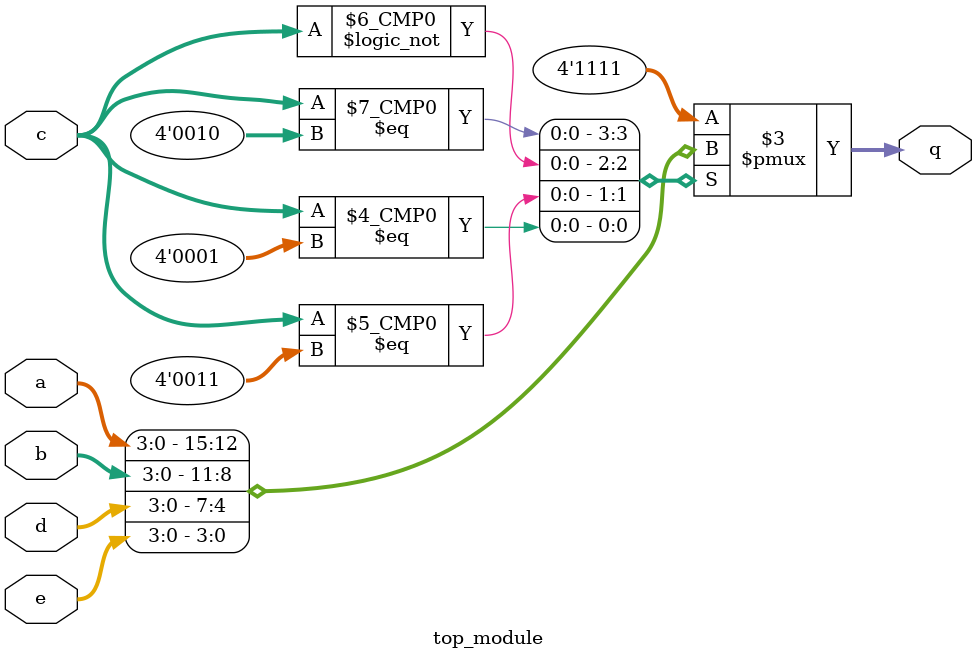
<source format=v>
module top_module (
    input [3:0] a,
    input [3:0] b,
    input [3:0] c,
    input [3:0] d,
    input [3:0] e,
    output [3:0] q );


	always@(*)begin
		q = 4'hf;
		case(c)
			4'h 2 : q = a;
			4'h 0 : q = b;
			4'h 3 : q = d;
			4'h 1 : q = e;
        endcase	
	end
	
endmodule

</source>
